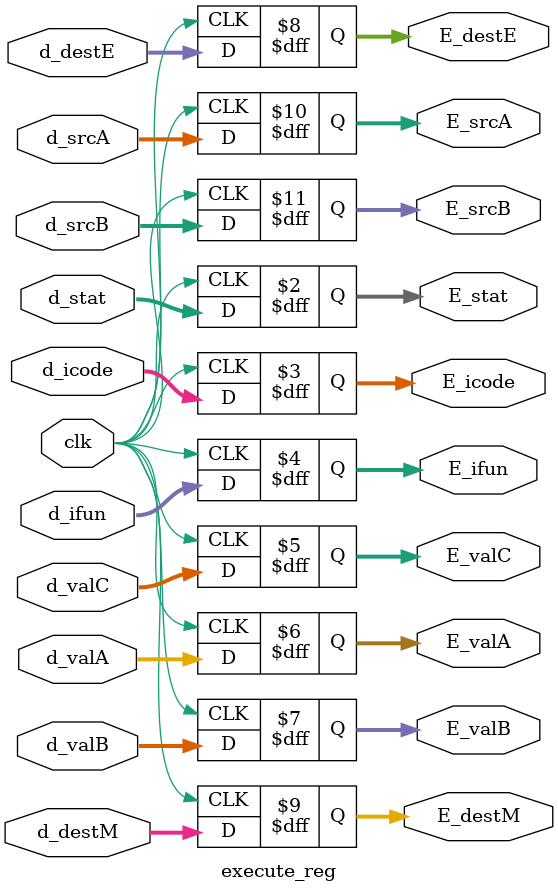
<source format=v>
module execute_reg(
    input clk,
    input [2:0] d_stat,
    input [3:0] d_icode,
    input [3:0] d_ifun,
    input [63:0] d_valC,
    input [63:0] d_valA,
    input [63:0] d_valB,
    input [3:0] d_destE,
    input [3:0] d_destM,
    input [3:0] d_srcA,
    input [3:0] d_srcB,

    output reg [2:0] E_stat,
    output reg [3:0] E_icode,
    output reg [3:0] E_ifun,
    output reg [63:0] E_valC,
    output reg [63:0] E_valA,
    output reg [63:0] E_valB,
    output reg [3:0] E_destE,
    output reg [3:0] E_destM,
    output reg [3:0] E_srcA,  //use?
    output reg [3:0] E_srcB   //use?
);

always @(posedge clk)
begin
    E_stat = d_stat; //might be <= instead of =
    E_icode = d_icode;
    E_ifun = d_ifun;
    E_valC = d_valC;
    E_valA = d_valA;
    E_valB = d_valB;
    E_destE = d_destE;
    E_destM = d_destM;
    E_srcA = d_srcA;
    E_srcB = d_srcB;
end
endmodule
</source>
